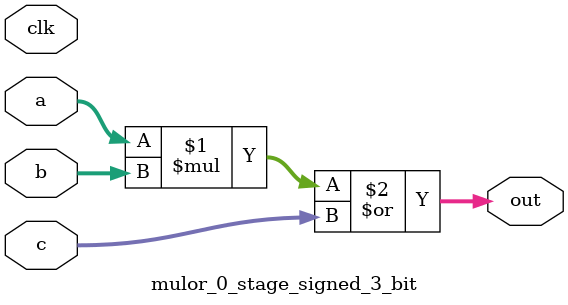
<source format=sv>
(* use_dsp = "yes" *) module mulor_0_stage_signed_3_bit(
	input signed [2:0] a,
	input signed [2:0] b,
	input signed [2:0] c,
	output [2:0] out,
	input clk);

	assign out = (a * b) | c;
endmodule

</source>
